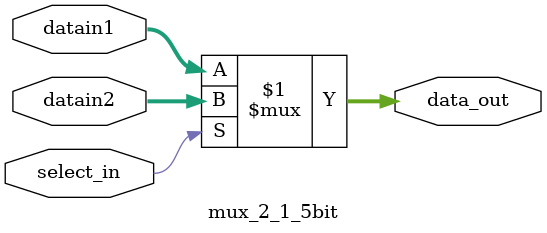
<source format=v>
`timescale 1ns / 1ps
module mux_2_1_5bit( select_in, datain1, datain2, data_out   );

// Parameters 
parameter WORD_SIZE = 5 ; 

// Input and outputs 
// Modelling with Continuous Assignments 

input  wire select_in ;  
input  wire [WORD_SIZE-1:0] datain1 ; 
input  wire [WORD_SIZE-1:0] datain2 ; 
output wire [WORD_SIZE-1:0] data_out ;

assign data_out = (select_in) ? datain2 : datain1;

endmodule

</source>
